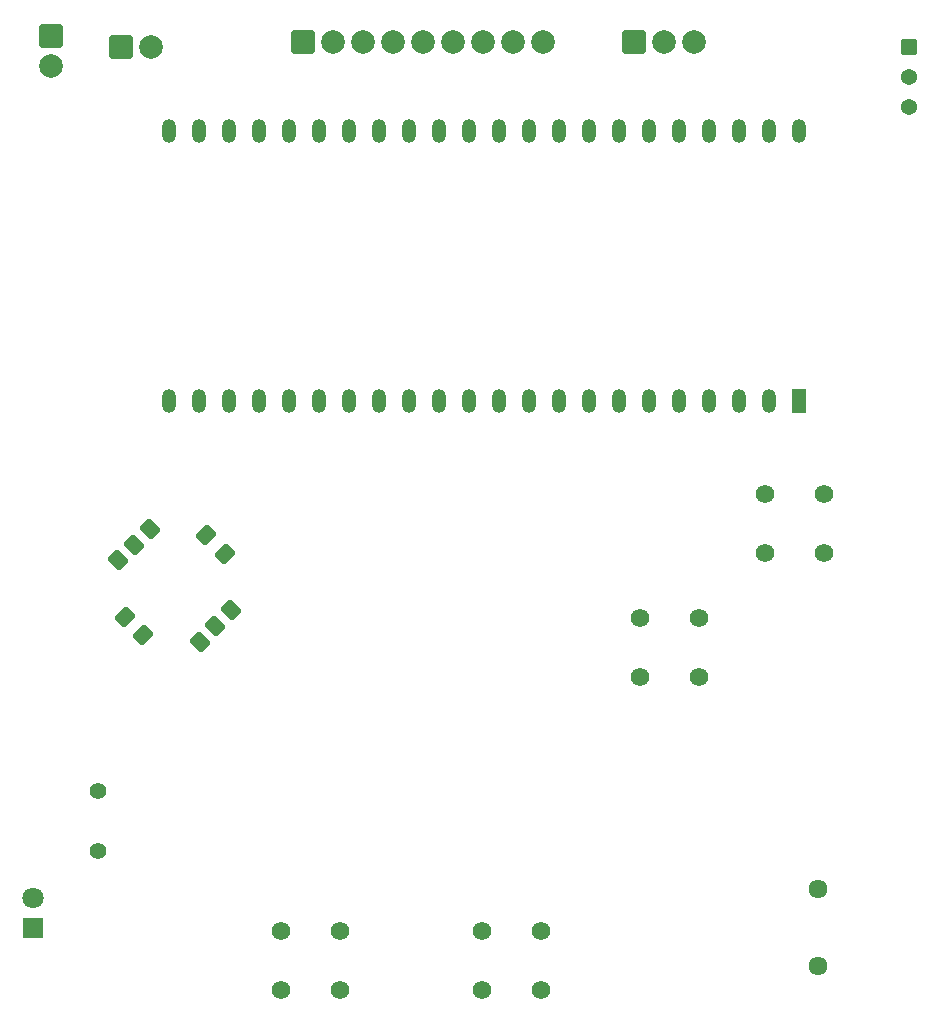
<source format=gbr>
%TF.GenerationSoftware,KiCad,Pcbnew,9.0.6*%
%TF.CreationDate,2025-12-04T23:30:10-05:00*%
%TF.ProjectId,FinalProjectPCB,46696e61-6c50-4726-9f6a-656374504342,rev?*%
%TF.SameCoordinates,Original*%
%TF.FileFunction,Soldermask,Top*%
%TF.FilePolarity,Negative*%
%FSLAX46Y46*%
G04 Gerber Fmt 4.6, Leading zero omitted, Abs format (unit mm)*
G04 Created by KiCad (PCBNEW 9.0.6) date 2025-12-04 23:30:10*
%MOMM*%
%LPD*%
G01*
G04 APERTURE LIST*
G04 Aperture macros list*
%AMRoundRect*
0 Rectangle with rounded corners*
0 $1 Rounding radius*
0 $2 $3 $4 $5 $6 $7 $8 $9 X,Y pos of 4 corners*
0 Add a 4 corners polygon primitive as box body*
4,1,4,$2,$3,$4,$5,$6,$7,$8,$9,$2,$3,0*
0 Add four circle primitives for the rounded corners*
1,1,$1+$1,$2,$3*
1,1,$1+$1,$4,$5*
1,1,$1+$1,$6,$7*
1,1,$1+$1,$8,$9*
0 Add four rect primitives between the rounded corners*
20,1,$1+$1,$2,$3,$4,$5,0*
20,1,$1+$1,$4,$5,$6,$7,0*
20,1,$1+$1,$6,$7,$8,$9,0*
20,1,$1+$1,$8,$9,$2,$3,0*%
G04 Aperture macros list end*
%ADD10RoundRect,0.101600X0.795495X0.088388X0.088388X0.795495X-0.795495X-0.088388X-0.088388X-0.795495X0*%
%ADD11RoundRect,0.101600X-0.088388X0.795495X-0.795495X0.088388X0.088388X-0.795495X0.795495X-0.088388X0*%
%ADD12RoundRect,0.101600X-0.795495X-0.088388X-0.088388X-0.795495X0.795495X0.088388X0.088388X0.795495X0*%
%ADD13RoundRect,0.101600X0.088388X-0.795495X0.795495X-0.088388X-0.088388X0.795495X-0.795495X0.088388X0*%
%ADD14C,1.612000*%
%ADD15RoundRect,0.250000X-0.750000X-0.750000X0.750000X-0.750000X0.750000X0.750000X-0.750000X0.750000X0*%
%ADD16C,2.000000*%
%ADD17C,1.574800*%
%ADD18C,1.400000*%
%ADD19RoundRect,0.102000X-0.580000X0.580000X-0.580000X-0.580000X0.580000X-0.580000X0.580000X0.580000X0*%
%ADD20C,1.364000*%
%ADD21RoundRect,0.250000X-0.750000X0.750000X-0.750000X-0.750000X0.750000X-0.750000X0.750000X0.750000X0*%
%ADD22R,1.800000X1.800000*%
%ADD23C,1.800000*%
%ADD24R,1.200000X2.000000*%
%ADD25O,1.200000X2.000000*%
G04 APERTURE END LIST*
D10*
%TO.C,SW10*%
X90169328Y-127810487D03*
X91724963Y-129366122D03*
D11*
X92290648Y-134139093D03*
X90947146Y-135482596D03*
X89603643Y-136826098D03*
D12*
X84830672Y-136260413D03*
X83275037Y-134704778D03*
D13*
X82709352Y-129931807D03*
X84052854Y-128588304D03*
X85396357Y-127244802D03*
%TD*%
D14*
%TO.C,LS1*%
X142000000Y-164250000D03*
X142000000Y-157750000D03*
%TD*%
D15*
%TO.C,BT1*%
X82960000Y-86500000D03*
D16*
X85500000Y-86500000D03*
%TD*%
D17*
%TO.C,SW6*%
X137500000Y-124325505D03*
X142500000Y-124325505D03*
X142500000Y-129325495D03*
X137500000Y-129325495D03*
%TD*%
%TO.C,SW5*%
X126893398Y-134825505D03*
X131893398Y-134825505D03*
X131893398Y-139825495D03*
X126893398Y-139825495D03*
%TD*%
D18*
%TO.C,R1*%
X81000000Y-154500000D03*
X81000000Y-149420000D03*
%TD*%
D15*
%TO.C,J2*%
X98332858Y-86000000D03*
D16*
X100872858Y-86000000D03*
X103412858Y-86000000D03*
X105952858Y-86000000D03*
X108492858Y-86000000D03*
X111032858Y-86000000D03*
X113572858Y-86000000D03*
X116112858Y-86000000D03*
X118652858Y-86000000D03*
%TD*%
D17*
%TO.C,SW8*%
X96500000Y-161325505D03*
X101500000Y-161325505D03*
X101500000Y-166325495D03*
X96500000Y-166325495D03*
%TD*%
%TO.C,SW9*%
X113500000Y-161325505D03*
X118500000Y-161325505D03*
X118500000Y-166325495D03*
X113500000Y-166325495D03*
%TD*%
D19*
%TO.C,RV1*%
X149630000Y-86460000D03*
D20*
X149630000Y-89000000D03*
X149630000Y-91540000D03*
%TD*%
D21*
%TO.C,SW7*%
X77000000Y-85500000D03*
D16*
X77000000Y-88040000D03*
%TD*%
D15*
%TO.C,J1*%
X126420000Y-86000000D03*
D16*
X128960000Y-86000000D03*
X131500000Y-86000000D03*
%TD*%
D22*
%TO.C,D1*%
X75500000Y-161040000D03*
D23*
X75500000Y-158500000D03*
%TD*%
D24*
%TO.C,U1*%
X140392080Y-116430000D03*
D25*
X137852080Y-116430000D03*
X135312080Y-116430000D03*
X132772080Y-116430000D03*
X130232080Y-116430000D03*
X127692080Y-116430000D03*
X125152080Y-116430000D03*
X122612080Y-116430000D03*
X120072080Y-116430000D03*
X117532080Y-116430000D03*
X114992080Y-116430000D03*
X112452080Y-116430000D03*
X109912080Y-116430000D03*
X107372080Y-116430000D03*
X104832080Y-116430000D03*
X102292080Y-116430000D03*
X99752080Y-116430000D03*
X97212080Y-116430000D03*
X94672080Y-116430000D03*
X92134800Y-116433680D03*
X89594800Y-116433680D03*
X87054800Y-116433680D03*
X87052080Y-93570000D03*
X89592080Y-93570000D03*
X92132080Y-93570000D03*
X94672080Y-93570000D03*
X97212080Y-93570000D03*
X99752080Y-93570000D03*
X102292080Y-93570000D03*
X104832080Y-93570000D03*
X107372080Y-93570000D03*
X109912080Y-93570000D03*
X112452080Y-93570000D03*
X114992080Y-93570000D03*
X117532080Y-93570000D03*
X120072080Y-93570000D03*
X122612080Y-93570000D03*
X125152080Y-93570000D03*
X127692080Y-93570000D03*
X130232080Y-93570000D03*
X132772080Y-93570000D03*
X135312080Y-93570000D03*
X137852080Y-93570000D03*
X140392080Y-93570000D03*
%TD*%
M02*

</source>
